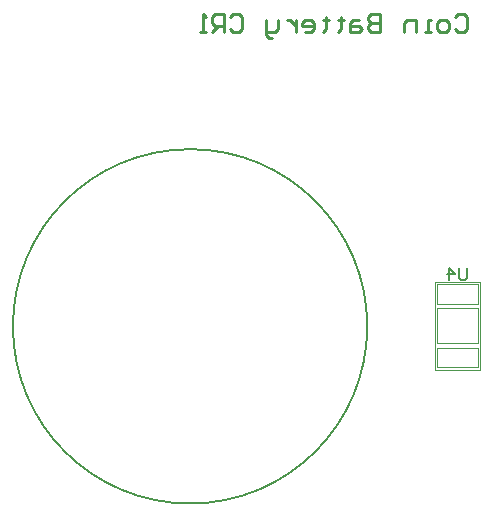
<source format=gbr>
%TF.GenerationSoftware,Altium Limited,Altium Designer,21.9.1 (22)*%
G04 Layer_Color=32896*
%FSLAX45Y45*%
%MOMM*%
%TF.SameCoordinates,430BEF64-33ED-46D9-BD69-C1E45A4CD6A6*%
%TF.FilePolarity,Positive*%
%TF.FileFunction,Legend,Bot*%
%TF.Part,Single*%
G01*
G75*
%TA.AperFunction,NonConductor*%
%ADD59C,0.20000*%
%ADD60C,0.05000*%
%ADD61C,0.15300*%
%ADD62C,0.25400*%
D59*
X3000000Y1500000D02*
G03*
X3000000Y1500000I-1500000J0D01*
G01*
D60*
X3593564Y1856280D02*
X3936468D01*
X3593564Y1692273D02*
X3936468D01*
X3593564D02*
Y1856280D01*
X3936468Y1692273D02*
Y1856280D01*
X3572426Y1877388D02*
X3958434D01*
X3572426Y1131379D02*
X3958434D01*
X3572426D02*
Y1877388D01*
X3958434Y1131379D02*
Y1877388D01*
X3593564Y1316385D02*
X3936470D01*
X3593564Y1152376D02*
X3936470D01*
X3593564D02*
Y1316385D01*
X3936470Y1152376D02*
Y1316385D01*
X3593565Y1654583D02*
X3936470D01*
X3593565Y1355577D02*
X3936470D01*
X3593565D02*
Y1654583D01*
X3936470Y1355577D02*
Y1654583D01*
D61*
X3843307Y1989984D02*
Y1906677D01*
X3826645Y1890016D01*
X3793323D01*
X3776661Y1906677D01*
Y1989984D01*
X3693355Y1890016D02*
Y1989984D01*
X3743339Y1940000D01*
X3676694D01*
D62*
X3738913Y4119839D02*
X3764305Y4145231D01*
X3815088D01*
X3840480Y4119839D01*
Y4018272D01*
X3815088Y3992880D01*
X3764305D01*
X3738913Y4018272D01*
X3662737Y3992880D02*
X3611954D01*
X3586562Y4018272D01*
Y4069055D01*
X3611954Y4094447D01*
X3662737D01*
X3688129Y4069055D01*
Y4018272D01*
X3662737Y3992880D01*
X3535779D02*
X3484995D01*
X3510387D01*
Y4094447D01*
X3535779D01*
X3408820Y3992880D02*
Y4094447D01*
X3332644D01*
X3307252Y4069055D01*
Y3992880D01*
X3104118Y4145231D02*
Y3992880D01*
X3027943D01*
X3002551Y4018272D01*
Y4043663D01*
X3027943Y4069055D01*
X3104118D01*
X3027943D01*
X3002551Y4094447D01*
Y4119839D01*
X3027943Y4145231D01*
X3104118D01*
X2926376Y4094447D02*
X2875592D01*
X2850200Y4069055D01*
Y3992880D01*
X2926376D01*
X2951768Y4018272D01*
X2926376Y4043663D01*
X2850200D01*
X2774025Y4119839D02*
Y4094447D01*
X2799417D01*
X2748633D01*
X2774025D01*
Y4018272D01*
X2748633Y3992880D01*
X2647066Y4119839D02*
Y4094447D01*
X2672458D01*
X2621674D01*
X2647066D01*
Y4018272D01*
X2621674Y3992880D01*
X2469324D02*
X2520107D01*
X2545499Y4018272D01*
Y4069055D01*
X2520107Y4094447D01*
X2469324D01*
X2443932Y4069055D01*
Y4043663D01*
X2545499D01*
X2393148Y4094447D02*
Y3992880D01*
Y4043663D01*
X2367757Y4069055D01*
X2342365Y4094447D01*
X2316973D01*
X2240798D02*
Y4018272D01*
X2215406Y3992880D01*
X2139230D01*
Y3967488D01*
X2164622Y3942097D01*
X2190014D01*
X2139230Y3992880D02*
Y4094447D01*
X1834529Y4119839D02*
X1859921Y4145231D01*
X1910704D01*
X1936096Y4119839D01*
Y4018272D01*
X1910704Y3992880D01*
X1859921D01*
X1834529Y4018272D01*
X1783745Y3992880D02*
Y4145231D01*
X1707570D01*
X1682178Y4119839D01*
Y4069055D01*
X1707570Y4043663D01*
X1783745D01*
X1732962D02*
X1682178Y3992880D01*
X1631395D02*
X1580611D01*
X1606003D01*
Y4145231D01*
X1631395Y4119839D01*
%TF.MD5,f15f08392942a556a9c6824f49e24c10*%
M02*

</source>
